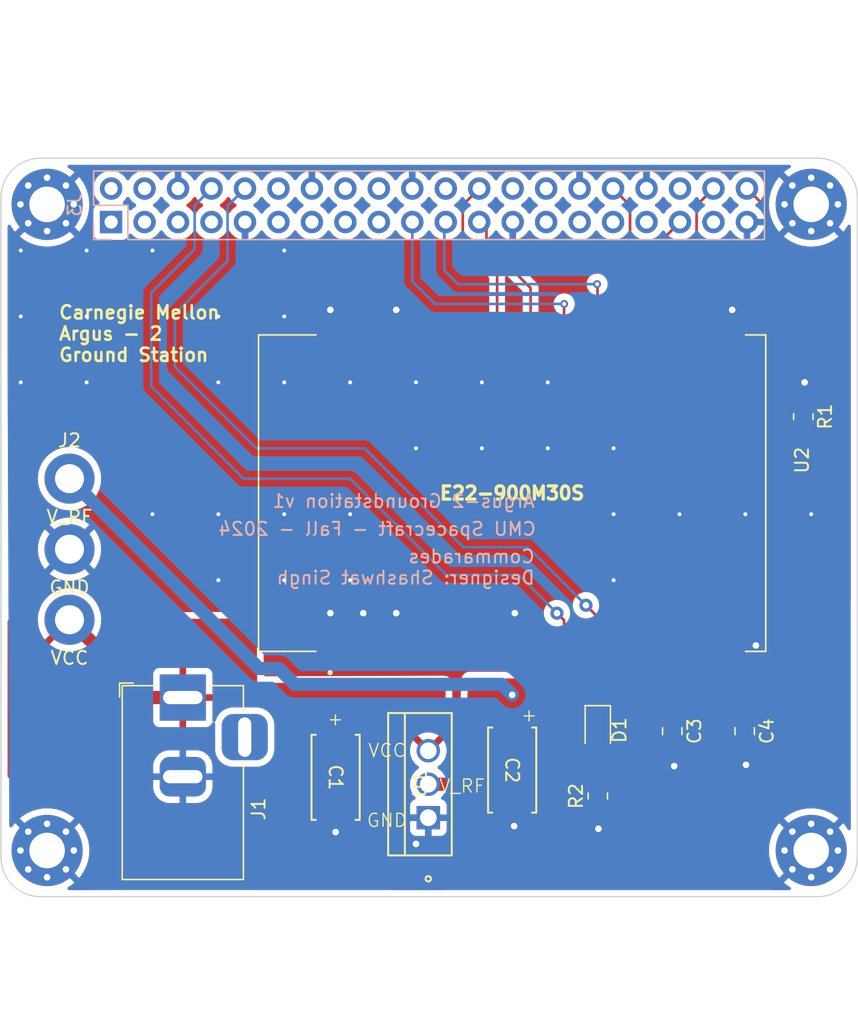
<source format=kicad_pcb>
(kicad_pcb (version 20240108) (generator "pcbnew") (generator_version "8.0")
  (layers (0 "F.Cu" signal) (31 "B.Cu" signal) (34 "B.Paste" user) (35 "F.Paste" user) (36 "B.SilkS" user "B.Silkscreen") (37 "F.SilkS" user "F.Silkscreen") (38 "B.Mask" user) (39 "F.Mask" user) (44 "Edge.Cuts" user))
  (net 0 "")
  (net 1 "GND")
  (net 2 "V_RF")
  (net 3 "Net-(D1-A)")
  (net 7 "RF_RESET")
  (net 9 "RF_TXEN")
  (net 13 "RF_CS")
  (net 14 "RF_BUSY")
  (net 16 "RF_MISO")
  (net 18 "RF_MOSI")
  (net 20 "RF_SCK")
  (net 22 "RF_DIO2")
  (net 24 "RF_DIO1")
  (net 34 "RF_RXEN")
  (net 36 "VCC")
  (footprint "MountingHole:MountingHole_2.2mm_M2_DIN965_Pad" (layer "F.Cu") (at 83.7 118)
    (property "Reference" "J5" (hide yes))
    (property "Value" "VCC" (at 0 2.9 0) (layer "F.SilkS"))
    (pad "1" thru_hole circle (at 0 0) (size 3.8 3.8) (drill 2.2) (layers "*.Cu" "*.Mask") (net 36 "VCC"))
  )
  (footprint "MountingHole:MountingHole_2.7mm_M2.5_Pad_Via" (layer "F.Cu") (at 82 135.5)
    (property "Reference" "H3" (hide yes))
    (property "Value" "M")
    (pad "1" thru_hole circle (at -2.025 0) (size 0.8 0.8) (drill 0.5) (layers "*.Cu" "*.Mask") (net 1 "GND"))
    (pad "1" thru_hole circle (at -1.431891 -1.431891) (size 0.8 0.8) (drill 0.5) (layers "*.Cu" "*.Mask") (net 1 "GND"))
    (pad "1" thru_hole circle (at -1.431891 1.431891) (size 0.8 0.8) (drill 0.5) (layers "*.Cu" "*.Mask") (net 1 "GND"))
    (pad "1" thru_hole circle (at 0 -2.025) (size 0.8 0.8) (drill 0.5) (layers "*.Cu" "*.Mask") (net 1 "GND"))
    (pad "1" thru_hole circle (at 0 0) (size 5.4 5.4) (drill 2.7) (layers "*.Cu" "*.Mask") (net 1 "GND"))
    (pad "1" thru_hole circle (at 0 2.025) (size 0.8 0.8) (drill 0.5) (layers "*.Cu" "*.Mask") (net 1 "GND"))
    (pad "1" thru_hole circle (at 1.431891 -1.431891) (size 0.8 0.8) (drill 0.5) (layers "*.Cu" "*.Mask") (net 1 "GND"))
    (pad "1" thru_hole circle (at 1.431891 1.431891) (size 0.8 0.8) (drill 0.5) (layers "*.Cu" "*.Mask") (net 1 "GND"))
    (pad "1" thru_hole circle (at 2.025 0) (size 0.8 0.8) (drill 0.5) (layers "*.Cu" "*.Mask") (net 1 "GND"))
  )
  (footprint "MountingHole:MountingHole_2.2mm_M2_DIN965_Pad" (layer "F.Cu") (at 83.7 107.3)
    (property "Reference" "J2" (at 0 -2.9 0) (layer "F.SilkS"))
    (property "Value" "V_RF" (at 0 2.9 0) (layer "F.SilkS"))
    (pad "1" thru_hole circle (at 0 0) (size 3.8 3.8) (drill 2.2) (layers "*.Cu" "*.Mask") (net 2 "V_RF"))
  )
  (footprint "MountingHole:MountingHole_2.7mm_M2.5_Pad_Via" (layer "F.Cu") (at 82 86.5)
    (property "Reference" "H1" (hide yes))
    (property "Value" "M")
    (pad "1" thru_hole circle (at -2.025 0) (size 0.8 0.8) (drill 0.5) (layers "*.Cu" "*.Mask") (net 1 "GND"))
    (pad "1" thru_hole circle (at -1.431891 -1.431891) (size 0.8 0.8) (drill 0.5) (layers "*.Cu" "*.Mask") (net 1 "GND"))
    (pad "1" thru_hole circle (at -1.431891 1.431891) (size 0.8 0.8) (drill 0.5) (layers "*.Cu" "*.Mask") (net 1 "GND"))
    (pad "1" thru_hole circle (at 0 -2.025) (size 0.8 0.8) (drill 0.5) (layers "*.Cu" "*.Mask") (net 1 "GND"))
    (pad "1" thru_hole circle (at 0 0) (size 5.4 5.4) (drill 2.7) (layers "*.Cu" "*.Mask") (net 1 "GND"))
    (pad "1" thru_hole circle (at 0 2.025) (size 0.8 0.8) (drill 0.5) (layers "*.Cu" "*.Mask") (net 1 "GND"))
    (pad "1" thru_hole circle (at 1.431891 -1.431891) (size 0.8 0.8) (drill 0.5) (layers "*.Cu" "*.Mask") (net 1 "GND"))
    (pad "1" thru_hole circle (at 1.431891 1.431891) (size 0.8 0.8) (drill 0.5) (layers "*.Cu" "*.Mask") (net 1 "GND"))
    (pad "1" thru_hole circle (at 2.025 0) (size 0.8 0.8) (drill 0.5) (layers "*.Cu" "*.Mask") (net 1 "GND"))
  )
  (footprint "E22-900M30S:XCVR_E22-900M30S" (layer "F.Cu") (at 117.3 108.4 -90)
    (property "Reference" "U2" (at -2.5 -22 90) (layer "F.SilkS"))
    (property "Value" "E22-900M30S" (at 0 0 180) (layer "F.SilkS") (effects (font (thickness 0.25) (bold yes))))
    (fp_line (start -12 19.25) (end -12 14.895) (stroke (width 0.127)) (layer "F.SilkS"))
    (fp_line (start 12 19.25) (end -12 19.25) (stroke (width 0.127)) (layer "F.SilkS"))
    (fp_line (start 12 19.25) (end 12 14.895) (stroke (width 0.127)) (layer "F.SilkS"))
    (fp_line (start -12 -17.715) (end -12 -19.25) (stroke (width 0.127)) (layer "F.SilkS"))
    (fp_line (start -12 -19.25) (end 12 -19.25) (stroke (width 0.127)) (layer "F.SilkS"))
    (fp_line (start 12 -19.25) (end 12 -17.715) (stroke (width 0.127)) (layer "F.SilkS"))
    (fp_circle (center 13.615 13.82) (end 13.715 13.82) (stroke (width 0.2)) (fill none) (layer "F.SilkS"))
    (pad "1" smd rect (at 11.575 13.82 270) (size 2.08 1.51) (layers "F.Cu" "F.Paste" "F.Mask") (net 1 "GND"))
    (pad "2" smd rect (at 11.575 11.28 270) (size 2.08 1.51) (layers "F.Cu" "F.Paste" "F.Mask") (net 1 "GND"))
    (pad "3" smd rect (at 11.575 8.74 270) (size 2.08 1.51) (layers "F.Cu" "F.Paste" "F.Mask") (net 1 "GND"))
    (pad "4" smd rect (at 11.575 1.14 270) (size 2.08 1.51) (layers "F.Cu" "F.Paste" "F.Mask") (net 1 "GND"))
    (pad "5" smd rect (at 11.575 -1.4 270) (size 2.08 1.51) (layers "F.Cu" "F.Paste" "F.Mask") (net 1 "GND"))
    (pad "6" smd rect (at 11.575 -3.94 270) (size 2.08 1.51) (layers "F.Cu" "F.Paste" "F.Mask") (net 34 "RF_RXEN"))
    (pad "7" smd rect (at 11.575 -6.48 270) (size 2.08 1.51) (layers "F.Cu" "F.Paste" "F.Mask") (net 9 "RF_TXEN"))
    (pad "8" smd rect (at 11.575 -9.02 270) (size 2.08 1.51) (layers "F.Cu" "F.Paste" "F.Mask") (net 22 "RF_DIO2"))
    (pad "9" smd rect (at 11.575 -11.56 270) (size 2.08 1.51) (layers "F.Cu" "F.Paste" "F.Mask") (net 2 "V_RF"))
    (pad "10" smd rect (at 11.575 -14.1 270) (size 2.08 1.51) (layers "F.Cu" "F.Paste" "F.Mask") (net 2 "V_RF"))
    (pad "11" smd rect (at 11.575 -16.64 270) (size 2.08 1.51) (layers "F.Cu" "F.Paste" "F.Mask") (net 1 "GND"))
    (pad "12" smd rect (at -11.575 -16.64 270) (size 2.08 1.51) (layers "F.Cu" "F.Paste" "F.Mask") (net 1 "GND"))
    (pad "13" smd rect (at -11.575 -14.1 270) (size 2.08 1.51) (layers "F.Cu" "F.Paste" "F.Mask") (net 24 "RF_DIO1"))
    (pad "14" smd rect (at -11.575 -11.56 270) (size 2.08 1.51) (layers "F.Cu" "F.Paste" "F.Mask") (net 14 "RF_BUSY"))
    (pad "15" smd rect (at -11.575 -9.02 270) (size 2.08 1.51) (layers "F.Cu" "F.Paste" "F.Mask") (net 7 "RF_RESET"))
    (pad "16" smd rect (at -11.575 -6.48 270) (size 2.08 1.51) (layers "F.Cu" "F.Paste" "F.Mask") (net 16 "RF_MISO"))
    (pad "17" smd rect (at -11.575 -3.94 270) (size 2.08 1.51) (layers "F.Cu" "F.Paste" "F.Mask") (net 18 "RF_MOSI"))
    (pad "18" smd rect (at -11.575 -1.4 270) (size 2.08 1.51) (layers "F.Cu" "F.Paste" "F.Mask") (net 20 "RF_SCK"))
    (pad "19" smd rect (at -11.575 1.14 270) (size 2.08 1.51) (layers "F.Cu" "F.Paste" "F.Mask") (net 13 "RF_CS"))
    (pad "20" smd rect (at -11.575 8.74 270) (size 2.08 1.51) (layers "F.Cu" "F.Paste" "F.Mask") (net 1 "GND"))
    (pad "21" smd rect (at -11.575 11.28 270) (size 2.08 1.51) (layers "F.Cu" "F.Paste" "F.Mask"))
    (pad "22" smd rect (at -11.575 13.82 270) (size 2.08 1.51) (layers "F.Cu" "F.Paste" "F.Mask") (net 1 "GND"))
  )
  (footprint "MountingHole:MountingHole_2.7mm_M2.5_Pad_Via" (layer "F.Cu") (at 140 86.5)
    (property "Reference" "H2" (hide yes))
    (property "Value" "M")
    (pad "1" thru_hole circle (at -2.025 0) (size 0.8 0.8) (drill 0.5) (layers "*.Cu" "*.Mask") (net 1 "GND"))
    (pad "1" thru_hole circle (at -1.431891 -1.431891) (size 0.8 0.8) (drill 0.5) (layers "*.Cu" "*.Mask") (net 1 "GND"))
    (pad "1" thru_hole circle (at -1.431891 1.431891) (size 0.8 0.8) (drill 0.5) (layers "*.Cu" "*.Mask") (net 1 "GND"))
    (pad "1" thru_hole circle (at 0 -2.025) (size 0.8 0.8) (drill 0.5) (layers "*.Cu" "*.Mask") (net 1 "GND"))
    (pad "1" thru_hole circle (at 0 0) (size 5.4 5.4) (drill 2.7) (layers "*.Cu" "*.Mask") (net 1 "GND"))
    (pad "1" thru_hole circle (at 0 2.025) (size 0.8 0.8) (drill 0.5) (layers "*.Cu" "*.Mask") (net 1 "GND"))
    (pad "1" thru_hole circle (at 1.431891 -1.431891) (size 0.8 0.8) (drill 0.5) (layers "*.Cu" "*.Mask") (net 1 "GND"))
    (pad "1" thru_hole circle (at 1.431891 1.431891) (size 0.8 0.8) (drill 0.5) (layers "*.Cu" "*.Mask") (net 1 "GND"))
    (pad "1" thru_hole circle (at 2.025 0) (size 0.8 0.8) (drill 0.5) (layers "*.Cu" "*.Mask") (net 1 "GND"))
  )
  (footprint "Capacitor_SMD:C_0805_2012Metric_Pad1.18x1.45mm_HandSolder" (layer "F.Cu") (at 134.95 126.45 -90)
    (property "Reference" "C4" (at 0 -1.68 90) (layer "F.SilkS"))
    (property "Value" "10uF")
    (fp_line (start -0.261252 0.735) (end 0.261252 0.735) (stroke (width 0.12)) (layer "F.SilkS"))
    (fp_line (start -0.261252 -0.735) (end 0.261252 -0.735) (stroke (width 0.12)) (layer "F.SilkS"))
    (pad "1" smd roundrect (at -1.0375 0 270) (size 1.175 1.45) (layers "F.Cu" "F.Paste" "F.Mask") (roundrect_rratio 0.212766) (net 2 "V_RF"))
    (pad "2" smd roundrect (at 1.0375 0 270) (size 1.175 1.45) (layers "F.Cu" "F.Paste" "F.Mask") (roundrect_rratio 0.212766) (net 1 "GND"))
  )
  (footprint "Resistor_SMD:R_0805_2012Metric_Pad1.20x1.40mm_HandSolder" (layer "F.Cu") (at 123.8 131.375 90)
    (property "Reference" "R2" (at 0 -1.65 90) (layer "F.SilkS"))
    (property "Value" "200")
    (fp_line (start -0.227064 -0.735) (end 0.227064 -0.735) (stroke (width 0.12)) (layer "F.SilkS"))
    (fp_line (start -0.227064 0.735) (end 0.227064 0.735) (stroke (width 0.12)) (layer "F.SilkS"))
    (pad "1" smd roundrect (at -1 0 90) (size 1.2 1.4) (layers "F.Cu" "F.Paste" "F.Mask") (roundrect_rratio 0.208333) (net 1 "GND"))
    (pad "2" smd roundrect (at 1 0 90) (size 1.2 1.4) (layers "F.Cu" "F.Paste" "F.Mask") (roundrect_rratio 0.208333) (net 3 "Net-(D1-A)"))
  )
  (footprint "Capacitor_SMD:C_0805_2012Metric_Pad1.18x1.45mm_HandSolder" (layer "F.Cu") (at 129.45 126.45 -90)
    (property "Reference" "C3" (at 0 -1.68 90) (layer "F.SilkS"))
    (property "Value" "100nF")
    (fp_line (start -0.261252 0.735) (end 0.261252 0.735) (stroke (width 0.12)) (layer "F.SilkS"))
    (fp_line (start -0.261252 -0.735) (end 0.261252 -0.735) (stroke (width 0.12)) (layer "F.SilkS"))
    (pad "1" smd roundrect (at -1.0375 0 270) (size 1.175 1.45) (layers "F.Cu" "F.Paste" "F.Mask") (roundrect_rratio 0.212766) (net 2 "V_RF"))
    (pad "2" smd roundrect (at 1.0375 0 270) (size 1.175 1.45) (layers "F.Cu" "F.Paste" "F.Mask") (roundrect_rratio 0.212766) (net 1 "GND"))
  )
  (footprint "MountingHole:MountingHole_2.7mm_M2.5_Pad_Via" (layer "F.Cu") (at 140 135.5)
    (property "Reference" "H4" (hide yes))
    (property "Value" "M")
    (pad "1" thru_hole circle (at -2.025 0) (size 0.8 0.8) (drill 0.5) (layers "*.Cu" "*.Mask") (net 1 "GND"))
    (pad "1" thru_hole circle (at -1.431891 -1.431891) (size 0.8 0.8) (drill 0.5) (layers "*.Cu" "*.Mask") (net 1 "GND"))
    (pad "1" thru_hole circle (at -1.431891 1.431891) (size 0.8 0.8) (drill 0.5) (layers "*.Cu" "*.Mask") (net 1 "GND"))
    (pad "1" thru_hole circle (at 0 -2.025) (size 0.8 0.8) (drill 0.5) (layers "*.Cu" "*.Mask") (net 1 "GND"))
    (pad "1" thru_hole circle (at 0 0) (size 5.4 5.4) (drill 2.7) (layers "*.Cu" "*.Mask") (net 1 "GND"))
    (pad "1" thru_hole circle (at 0 2.025) (size 0.8 0.8) (drill 0.5) (layers "*.Cu" "*.Mask") (net 1 "GND"))
    (pad "1" thru_hole circle (at 1.431891 -1.431891) (size 0.8 0.8) (drill 0.5) (layers "*.Cu" "*.Mask") (net 1 "GND"))
    (pad "1" thru_hole circle (at 1.431891 1.431891) (size 0.8 0.8) (drill 0.5) (layers "*.Cu" "*.Mask") (net 1 "GND"))
    (pad "1" thru_hole circle (at 2.025 0) (size 0.8 0.8) (drill 0.5) (layers "*.Cu" "*.Mask") (net 1 "GND"))
  )
  (footprint "LED_SMD:LED_0805_2012Metric_Pad1.15x1.40mm_HandSolder" (layer "F.Cu") (at 123.8 126.375 -90)
    (property "Reference" "D1" (at 0 -1.65 90) (layer "F.SilkS"))
    (property "Value" "POW")
    (fp_line (start -1.86 0.96) (end 1 0.96) (stroke (width 0.12)) (layer "F.SilkS"))
    (fp_line (start -1.86 -0.96) (end -1.86 0.96) (stroke (width 0.12)) (layer "F.SilkS"))
    (fp_line (start 1 -0.96) (end -1.86 -0.96) (stroke (width 0.12)) (layer "F.SilkS"))
    (pad "1" smd roundrect (at -1.025 0 270) (size 1.15 1.4) (layers "F.Cu" "F.Paste" "F.Mask") (roundrect_rratio 0.217391) (net 2 "V_RF"))
    (pad "2" smd roundrect (at 1.025 0 270) (size 1.15 1.4) (layers "F.Cu" "F.Paste" "F.Mask") (roundrect_rratio 0.217391) (net 3 "Net-(D1-A)"))
  )
  (footprint "LT1085-5:TO220-3_T_LIT" (layer "F.Cu") (at 110.935 133.0129 90)
    (property "Reference" "U1" (at 2.54 -0.635 90) (layer "F.SilkS"))
    (property "Value" "LT1085-5.0")
    (fp_line (start 7.9375 -3.048) (end -2.8575 -3.048) (stroke (width 0.1524)) (layer "F.SilkS"))
    (fp_line (start -2.8575 -3.048) (end -2.8575 1.778) (stroke (width 0.1524)) (layer "F.SilkS"))
    (fp_line (start -2.7305 -1.778) (end 7.8105 -1.778) (stroke (width 0.1524)) (layer "F.SilkS"))
    (fp_line (start 7.9375 1.778) (end 7.9375 -3.048) (stroke (width 0.1524)) (layer "F.SilkS"))
    (fp_line (start -2.8575 1.778) (end 7.9375 1.778) (stroke (width 0.1524)) (layer "F.SilkS"))
    (fp_circle (center -4.6355 0) (end -4.4323 0) (stroke (width 0.1524)) (fill none) (layer "F.SilkS"))
    (pad "1" thru_hole rect (at 0 0 90) (size 1.778 1.778) (drill 1.27) (layers "*.Cu" "*.Mask") (net 1 "GND"))
    (pad "2" thru_hole circle (at 2.54 0 90) (size 1.778 1.778) (drill 1.27) (layers "*.Cu" "*.Mask") (net 2 "V_RF"))
    (pad "3" thru_hole circle (at 5.08 0 90) (size 1.778 1.778) (drill 1.27) (layers "*.Cu" "*.Mask") (net 36 "VCC"))
  )
  (footprint "Resistor_SMD:R_0805_2012Metric_Pad1.20x1.40mm_HandSolder" (layer "F.Cu") (at 139.4 102.6 -90)
    (property "Reference" "R1" (at 0 -1.65 90) (layer "F.SilkS"))
    (property "Value" "10K")
    (fp_line (start -0.227064 0.735) (end 0.227064 0.735) (stroke (width 0.12)) (layer "F.SilkS"))
    (fp_line (start -0.227064 -0.735) (end 0.227064 -0.735) (stroke (width 0.12)) (layer "F.SilkS"))
    (pad "1" smd roundrect (at -1 0 270) (size 1.2 1.4) (layers "F.Cu" "F.Paste" "F.Mask") (roundrect_rratio 0.208333) (net 1 "GND"))
    (pad "2" smd roundrect (at 1 0 270) (size 1.2 1.4) (layers "F.Cu" "F.Paste" "F.Mask") (roundrect_rratio 0.208333) (net 7 "RF_RESET"))
  )
  (footprint "Connector_BarrelJack:BarrelJack_Horizontal" (layer "F.Cu") (at 92.3 123.9 90)
    (property "Reference" "J1" (at -8.45 5.75 90) (layer "F.SilkS"))
    (property "Value" "Barrel_Jack")
    (fp_line (start 0.05 -4.8) (end 1.1 -4.8) (stroke (width 0.12)) (layer "F.SilkS"))
    (fp_line (start 0.9 -4.6) (end 0.9 -2) (stroke (width 0.12)) (layer "F.SilkS"))
    (fp_line (start -13.8 -4.6) (end 0.9 -4.6) (stroke (width 0.12)) (layer "F.SilkS"))
    (fp_line (start 1.1 -3.75) (end 1.1 -4.8) (stroke (width 0.12)) (layer "F.SilkS"))
    (fp_line (start 0.9 1.9) (end 0.9 4.6) (stroke (width 0.12)) (layer "F.SilkS"))
    (fp_line (start 0.9 4.6) (end -1 4.6) (stroke (width 0.12)) (layer "F.SilkS"))
    (fp_line (start -5 4.6) (end -13.8 4.6) (stroke (width 0.12)) (layer "F.SilkS"))
    (fp_line (start -13.8 4.6) (end -13.8 -4.6) (stroke (width 0.12)) (layer "F.SilkS"))
    (pad "1" thru_hole rect (at 0 0 90) (size 3.5 3.5) (drill oval 1 3) (layers "*.Cu" "*.Mask") (net 36 "VCC"))
    (pad "2" thru_hole roundrect (at -6 0 90) (size 3 3.5) (drill oval 1 3) (layers "*.Cu" "*.Mask") (net 1 "GND"))
    (pad "3" thru_hole roundrect (at -3 4.7 90) (size 3.5 3.5) (drill oval 3 1) (layers "*.Cu" "*.Mask"))
  )
  (footprint "tantulum capacitor:TAJC_AVX" (layer "F.Cu") (at 103.9 129.95 -90)
    (property "Reference" "C1" (at 0 0 -90) (layer "F.SilkS"))
    (property "Value" "10uF")
    (fp_line (start -3.2258 1.8288) (end 3.2258 1.8288) (stroke (width 0.1524)) (layer "F.SilkS"))
    (fp_line (start 3.2258 1.8288) (end 3.2258 1.509939) (stroke (width 0.1524)) (layer "F.SilkS"))
    (fp_line (start -3.2258 1.509939) (end -3.2258 1.8288) (stroke (width 0.1524)) (layer "F.SilkS"))
    (fp_line (start 3.2258 -1.509939) (end 3.2258 -1.8288) (stroke (width 0.1524)) (layer "F.SilkS"))
    (fp_line (start -3.2258 -1.8288) (end -3.2258 -1.509939) (stroke (width 0.1524)) (layer "F.SilkS"))
    (fp_line (start 3.2258 -1.8288) (end -3.2258 -1.8288) (stroke (width 0.1524)) (layer "F.SilkS"))
    (pad "1" smd rect (at -2.2352 0) (size 2.3622 1.8796) (layers "F.Cu" "F.Paste" "F.Mask") (net 36 "VCC"))
    (pad "2" smd rect (at 2.2352 0) (size 2.3622 1.8796) (layers "F.Cu" "F.Paste" "F.Mask") (net 1 "GND"))
    (zone (net 0) (net_name "") (layer "F.Cu") (connect_pads (clearance 0)) (min_thickness 0.254)
      (keepout (tracks not_allowed) (vias not_allowed) (pads allowed) (copperpour not_allowed) (footprints allowed))
      (fill (thermal_gap 0.508) (thermal_bridge_width 0.508))
      (polygon (pts (xy 102.6427 126.902) (xy 102.6427 132.998) (xy 102.249 132.998) (xy 102.249 126.902)))
    )
    (zone (net 0) (net_name "") (layer "F.Cu") (connect_pads (clearance 0)) (min_thickness 0.254)
      (keepout (tracks not_allowed) (vias not_allowed) (pads allowed) (copperpour not_allowed) (footprints allowed))
      (fill (thermal_gap 0.508) (thermal_bridge_width 0.508))
      (polygon (pts (xy 105.1573 128.7054) (xy 105.1573 131.1946) (xy 102.6427 131.1946) (xy 102.6427 128.7054)))
    )
    (zone (net 0) (net_name "") (layer "F.Cu") (connect_pads (clearance 0)) (min_thickness 0.254)
      (keepout (tracks not_allowed) (vias not_allowed) (pads allowed) (copperpour not_allowed) (footprints allowed))
      (fill (thermal_gap 0.508) (thermal_bridge_width 0.508))
      (polygon (pts (xy 105.551 126.902) (xy 105.551 132.998) (xy 105.1573 132.998) (xy 105.1573 126.902)))
    )
  )
  (footprint "tantulum capacitor:TAJC_AVX" (layer "F.Cu") (at 117.3 129.4 -90)
    (property "Reference" "C2" (at 0 0 -90) (layer "F.SilkS"))
    (property "Value" "22uF")
    (fp_line (start -3.2258 1.8288) (end 3.2258 1.8288) (stroke (width 0.1524)) (layer "F.SilkS"))
    (fp_line (start 3.2258 1.8288) (end 3.2258 1.509939) (stroke (width 0.1524)) (layer "F.SilkS"))
    (fp_line (start -3.2258 1.509939) (end -3.2258 1.8288) (stroke (width 0.1524)) (layer "F.SilkS"))
    (fp_line (start 3.2258 -1.509939) (end 3.2258 -1.8288) (stroke (width 0.1524)) (layer "F.SilkS"))
    (fp_line (start -3.2258 -1.8288) (end -3.2258 -1.509939) (stroke (width 0.1524)) (layer "F.SilkS"))
    (fp_line (start 3.2258 -1.8288) (end -3.2258 -1.8288) (stroke (width 0.1524)) (layer "F.SilkS"))
    (pad "1" smd rect (at -2.2352 0) (size 2.3622 1.8796) (layers "F.Cu" "F.Paste" "F.Mask") (net 2 "V_RF"))
    (pad "2" smd rect (at 2.2352 0) (size 2.3622 1.8796) (layers "F.Cu" "F.Paste" "F.Mask") (net 1 "GND"))
    (zone (net 0) (net_name "") (layer "F.Cu") (connect_pads (clearance 0)) (min_thickness 0.254)
      (keepout (tracks not_allowed) (vias not_allowed) (pads allowed) (copperpour not_allowed) (footprints allowed))
      (fill (thermal_gap 0.508) (thermal_bridge_width 0.508))
      (polygon (pts (xy 116.0427 126.352) (xy 116.0427 132.448) (xy 115.649 132.448) (xy 115.649 126.352)))
    )
    (zone (net 0) (net_name "") (layer "F.Cu") (connect_pads (clearance 0)) (min_thickness 0.254)
      (keepout (tracks not_allowed) (vias not_allowed) (pads allowed) (copperpour not_allowed) (footprints allowed))
      (fill (thermal_gap 0.508) (thermal_bridge_width 0.508))
      (polygon (pts (xy 118.5573 128.1554) (xy 118.5573 130.6446) (xy 116.0427 130.6446) (xy 116.0427 128.1554)))
    )
    (zone (net 0) (net_name "") (layer "F.Cu") (connect_pads (clearance 0)) (min_thickness 0.254)
      (keepout (tracks not_allowed) (vias not_allowed) (pads allowed) (copperpour not_allowed) (footprints allowed))
      (fill (thermal_gap 0.508) (thermal_bridge_width 0.508))
      (polygon (pts (xy 118.951 126.352) (xy 118.951 132.448) (xy 118.5573 132.448) (xy 118.5573 126.352)))
    )
  )
  (footprint "MountingHole:MountingHole_2.2mm_M2_DIN965_Pad" (layer "F.Cu") (at 83.7 112.65)
    (property "Reference" "J4" (hide yes))
    (property "Value" "GND" (at 0 2.9 0) (layer "F.SilkS"))
    (pad "1" thru_hole circle (at 0 0) (size 3.8 3.8) (drill 2.2) (layers "*.Cu" "*.Mask") (net 1 "GND"))
  )
  (footprint "Connector_PinSocket_2.54mm:PinSocket_2x20_P2.54mm_Vertical" (layer "B.Cu") (at 86.86 87.84 -90)
    (property "Reference" "J3" (at -1.27 2.77 90) (layer "B.SilkS") (effects (justify mirror)))
    (property "Value" "Raspberry_Pi_2_3")
    (fp_line (start -1.27 1.33) (end -3.87 1.33) (stroke (width 0.12)) (layer "B.SilkS"))
    (fp_line (start 1.33 1.33) (end 0 1.33) (stroke (width 0.12)) (layer "B.SilkS"))
    (fp_line (start 1.33 0) (end 1.33 1.33) (stroke (width 0.12)) (layer "B.SilkS"))
    (fp_line (start -1.27 -1.27) (end -1.27 1.33) (stroke (width 0.12)) (layer "B.SilkS"))
    (fp_line (start 1.33 -1.27) (end -1.27 -1.27) (stroke (width 0.12)) (layer "B.SilkS"))
    (fp_line (start -3.87 -49.59) (end -3.87 1.33) (stroke (width 0.12)) (layer "B.SilkS"))
    (fp_line (start 1.33 -49.59) (end 1.33 -1.27) (stroke (width 0.12)) (layer "B.SilkS"))
    (fp_line (start 1.33 -49.59) (end -3.87 -49.59) (stroke (width 0.12)) (layer "B.SilkS"))
    (pad "1" thru_hole rect (at 0 0 270) (size 1.7 1.7) (drill 1) (layers "*.Cu" "*.Mask"))
    (pad "2" thru_hole oval (at -2.54 0 270) (size 1.7 1.7) (drill 1) (layers "*.Cu" "*.Mask"))
    (pad "3" thru_hole oval (at 0 -2.54 270) (size 1.7 1.7) (drill 1) (layers "*.Cu" "*.Mask"))
    (pad "4" thru_hole oval (at -2.54 -2.54 270) (size 1.7 1.7) (drill 1) (layers "*.Cu" "*.Mask"))
    (pad "5" thru_hole oval (at 0 -5.08 270) (size 1.7 1.7) (drill 1) (layers "*.Cu" "*.Mask"))
    (pad "6" thru_hole oval (at -2.54 -5.08 270) (size 1.7 1.7) (drill 1) (layers "*.Cu" "*.Mask") (net 1 "GND"))
    (pad "7" thru_hole oval (at 0 -7.62 270) (size 1.7 1.7) (drill 1) (layers "*.Cu" "*.Mask"))
    (pad "8" thru_hole oval (at -2.54 -7.62 270) (size 1.7 1.7) (drill 1) (layers "*.Cu" "*.Mask") (net 34 "RF_RXEN"))
    (pad "9" thru_hole oval (at 0 -10.16 270) (size 1.7 1.7) (drill 1) (layers "*.Cu" "*.Mask") (net 1 "GND"))
    (pad "10" thru_hole oval (at -2.54 -10.16 270) (size 1.7 1.7) (drill 1) (layers "*.Cu" "*.Mask") (net 9 "RF_TXEN"))
    (pad "11" thru_hole oval (at 0 -12.7 270) (size 1.7 1.7) (drill 1) (layers "*.Cu" "*.Mask"))
    (pad "12" thru_hole oval (at -2.54 -12.7 270) (size 1.7 1.7) (drill 1) (layers "*.Cu" "*.Mask"))
    (pad "13" thru_hole oval (at 0 -15.24 270) (size 1.7 1.7) (drill 1) (layers "*.Cu" "*.Mask"))
    (pad "14" thru_hole oval (at -2.54 -15.24 270) (size 1.7 1.7) (drill 1) (layers "*.Cu" "*.Mask") (net 1 "GND"))
    (pad "15" thru_hole oval (at 0 -17.78 270) (size 1.7 1.7) (drill 1) (layers "*.Cu" "*.Mask"))
    (pad "16" thru_hole oval (at -2.54 -17.78 270) (size 1.7 1.7) (drill 1) (layers "*.Cu" "*.Mask"))
    (pad "17" thru_hole oval (at 0 -20.32 270) (size 1.7 1.7) (drill 1) (layers "*.Cu" "*.Mask"))
    (pad "18" thru_hole oval (at -2.54 -20.32 270) (size 1.7 1.7) (drill 1) (layers "*.Cu" "*.Mask"))
    (pad "19" thru_hole oval (at 0 -22.86 270) (size 1.7 1.7) (drill 1) (layers "*.Cu" "*.Mask") (net 18 "RF_MOSI"))
    (pad "20" thru_hole oval (at -2.54 -22.86 270) (size 1.7 1.7) (drill 1) (layers "*.Cu" "*.Mask") (net 1 "GND"))
    (pad "21" thru_hole oval (at 0 -25.4 270) (size 1.7 1.7) (drill 1) (layers "*.Cu" "*.Mask") (net 16 "RF_MISO"))
    (pad "22" thru_hole oval (at -2.54 -25.4 270) (size 1.7 1.7) (drill 1) (layers "*.Cu" "*.Mask"))
    (pad "23" thru_hole oval (at 0 -27.94 270) (size 1.7 1.7) (drill 1) (layers "*.Cu" "*.Mask") (net 20 "RF_SCK"))
    (pad "24" thru_hole oval (at -2.54 -27.94 270) (size 1.7 1.7) (drill 1) (layers "*.Cu" "*.Mask") (net 13 "RF_CS"))
    (pad "25" thru_hole oval (at 0 -30.48 270) (size 1.7 1.7) (drill 1) (layers "*.Cu" "*.Mask") (net 1 "GND"))
    (pad "26" thru_hole oval (at -2.54 -30.48 270) (size 1.7 1.7) (drill 1) (layers "*.Cu" "*.Mask"))
    (pad "27" thru_hole oval (at 0 -33.02 270) (size 1.7 1.7) (drill 1) (layers "*.Cu" "*.Mask"))
    (pad "28" thru_hole oval (at -2.54 -33.02 270) (size 1.7 1.7) (drill 1) (layers "*.Cu" "*.Mask"))
    (pad "29" thru_hole oval (at 0 -35.56 270) (size 1.7 1.7) (drill 1) (layers "*.Cu" "*.Mask"))
    (pad "30" thru_hole oval (at -2.54 -35.56 270) (size 1.7 1.7) (drill 1) (layers "*.Cu" "*.Mask") (net 1 "GND"))
    (pad "31" thru_hole oval (at 0 -38.1 270) (size 1.7 1.7) (drill 1) (layers "*.Cu" "*.Mask"))
    (pad "32" thru_hole oval (at -2.54 -38.1 270) (size 1.7 1.7) (drill 1) (layers "*.Cu" "*.Mask") (net 7 "RF_RESET"))
    (pad "33" thru_hole oval (at 0 -40.64 270) (size 1.7 1.7) (drill 1) (layers "*.Cu" "*.Mask"))
    (pad "34" thru_hole oval (at -2.54 -40.64 270) (size 1.7 1.7) (drill 1) (layers "*.Cu" "*.Mask") (net 1 "GND"))
    (pad "35" thru_hole oval (at 0 -43.18 270) (size 1.7 1.7) (drill 1) (layers "*.Cu" "*.Mask") (net 14 "RF_BUSY"))
    (pad "36" thru_hole oval (at -2.54 -43.18 270) (size 1.7 1.7) (drill 1) (layers "*.Cu" "*.Mask"))
    (pad "37" thru_hole oval (at 0 -45.72 270) (size 1.7 1.7) (drill 1) (layers "*.Cu" "*.Mask"))
    (pad "38" thru_hole oval (at -2.54 -45.72 270) (size 1.7 1.7) (drill 1) (layers "*.Cu" "*.Mask") (net 24 "RF_DIO1"))
    (pad "39" thru_hole oval (at 0 -48.26 270) (size 1.7 1.7) (drill 1) (layers "*.Cu" "*.Mask") (net 1 "GND"))
    (pad "40" thru_hole oval (at -2.54 -48.26 270) (size 1.7 1.7) (drill 1) (layers "*.Cu" "*.Mask") (net 22 "RF_DIO2"))
  )
  (gr_line (start 81.5 83) (end 140.5 83) (stroke (width 0.1)) (layer "Edge.Cuts"))
  (gr_arc (start 81.5 139) (mid 79.37868 138.12132) (end 78.5 136) (stroke (width 0.1)) (layer "Edge.Cuts"))
  (gr_line (start 143.5 86) (end 143.5 120) (stroke (width 0.1)) (layer "Edge.Cuts"))
  (gr_line (start 140.5 139) (end 81.5 139) (stroke (width 0.1)) (layer "Edge.Cuts"))
  (gr_line (start 143.5 120) (end 143.5 125) (stroke (width 0.1)) (layer "Edge.Cuts"))
  (gr_line (start 143.5 125) (end 143.5 136) (stroke (width 0.1)) (layer "Edge.Cuts"))
  (gr_line (start 78.5 125) (end 78.5 136) (stroke (width 0.1)) (layer "Edge.Cuts"))
  (gr_line (start 78.5 120) (end 78.5 125) (stroke (width 0.1)) (layer "Edge.Cuts"))
  (gr_arc (start 140.5 83) (mid 142.62132 83.87868) (end 143.5 86) (stroke (width 0.1)) (layer "Edge.Cuts"))
  (gr_arc (start 143.5 136) (mid 142.62132 138.12132) (end 140.5 139) (stroke (width 0.1)) (layer "Edge.Cuts"))
  (gr_line (start 78.5 86) (end 78.5 120) (stroke (width 0.1)) (layer "Edge.Cuts"))
  (gr_arc (start 78.5 86) (mid 79.37868 83.87868) (end 81.5 83) (stroke (width 0.1)) (layer "Edge.Cuts"))
  (gr_text "Argus-2 Groundstation v1" (at 119.1 109 0) (layer "B.SilkS") (effects (font (size 1 1)) (justify left mirror)))
  (gr_text "Commarades\nDesigner: Shashwat Singh" (at 119.1 115.4 0) (layer "B.SilkS") (effects (font (size 1 1)) (justify left bottom mirror)))
  (gr_text "CMU Spacecraft - Fall - 2024" (at 119.2 111.7 0) (layer "B.SilkS") (effects (font (size 1 1)) (justify left bottom mirror)))
  (gr_text "V_RF" (at 111.7 131.2 0) (layer "F.SilkS") (effects (font (size 1 1) (thickness 0.1)) (justify left bottom)))
  (gr_text "GND" (at 106.2 133.8 0) (layer "F.SilkS") (effects (font (size 1 1) (thickness 0.1)) (justify left bottom)))
  (gr_text "Carnegie Mellon\nArgus - 2\nGround Station" (at 82.8 98.5 0) (layer "F.SilkS") (effects (font (size 1 1) (thickness 0.2) (bold yes)) (justify left bottom)))
  (gr_text "+" (at 117.9 125.8 0) (layer "F.SilkS") (effects (font (size 1 1) (thickness 0.1)) (justify left bottom)))
  (gr_text "VCC" (at 106.3 128.5 0) (layer "F.SilkS") (effects (font (size 1 1) (thickness 0.1)) (justify left bottom)))
  (gr_text "+" (at 103.2 126.1 0) (layer "F.SilkS") (effects (font (size 1 1) (thickness 0.1)) (justify left bottom)))
  (segment (start 110.935 133.0129) (end 110.9129 133.0129) (width 0.2) (layer "F.Cu") (net 1))
  (segment (start 116.16 119.975) (end 116.16 120.54) (width 0.2) (layer "F.Cu") (net 1))
  (segment (start 110.9129 133.0129) (end 110.1426 133.7832) (width 0.2) (layer "F.Cu") (net 1))
  (via (at 85 100) (size 0.6) (drill 0.3) (layers "F.Cu" "B.Cu") (net 1))
  (via (at 108.5 117.5) (size 1) (drill 0.5) (layers "F.Cu" "B.Cu") (net 1))
  (via (at 103.5 117.5) (size 1) (drill 0.5) (layers "F.Cu" "B.Cu") (net 1))
  (via (at 115 100) (size 0.6) (drill 0.3) (layers "F.Cu" "B.Cu") (net 1))
  (via (at 125 105) (size 0.6) (drill 0.3) (layers "F.Cu" "B.Cu") (net 1))
  (via (at 100 110) (size 0.6) (drill 0.3) (layers "F.Cu" "B.Cu") (net 1))
  (via (at 115 105) (size 0.6) (drill 0.3) (layers "F.Cu" "B.Cu") (net 1))
  (via (at 110 100) (size 0.6) (drill 0.3) (layers "F.Cu" "B.Cu") (net 1))
  (via (at 80 90) (size 0.6) (drill 0.3) (layers "F.Cu" "B.Cu") (net 1))
  (via (at 108.5 94.5) (size 1) (drill 0.5) (layers "F.Cu" "B.Cu") (net 1))
  (via (at 110 135) (size 1) (drill 0.5) (layers "F.Cu" "B.Cu") (net 1))
  (via (at 103.9 134.1) (size 1) (drill 0.5) (layers "F.Cu" "B.Cu") (net 1))
  (via (at 117.45 133.65) (size 1) (drill 0.5) (layers "F.Cu" "B.Cu") (net 1))
  (via (at 100 115) (size 0.6) (drill 0.3) (layers "F.Cu" "B.Cu") (net 1))
  (via (at 110 105) (size 0.6) (drill 0.3) (layers "F.Cu" "B.Cu") (net 1))
  (via (at 120 105) (size 0.6) (drill 0.3) (layers "F.Cu" "B.Cu") (net 1))
  (via (at 117.5 117.5) (size 1) (drill 0.5) (layers "F.Cu" "B.Cu") (net 1))
  (via (at 90 110) (size 0.6) (drill 0.3) (layers "F.Cu" "B.Cu") (net 1))
  (via (at 95 110) (size 0.6) (drill 0.3) (layers "F.Cu" "B.Cu") (net 1))
  (via (at 85 95) (size 0.6) (drill 0.3) (layers "F.Cu" "B.Cu") (net 1))
  (via (at 80 100) (size 0.6) (drill 0.3) (layers "F.Cu" "B.Cu") (net 1))
  (via (at 95 100) (size 0.6) (drill 0.3) (layers "F.Cu" "B.Cu") (net 1))
  (via (at 135.8 119.95) (size 1) (drill 0.5) (layers "F.Cu" "B.Cu") (net 1))
  (via (at 105 100) (size 0.6) (drill 0.3) (layers "F.Cu" "B.Cu") (net 1))
  (via (at 139.5 100) (size 1) (drill 0.5) (layers "F.Cu" "B.Cu") (net 1))
  (via (at 129.6 129.1) (size 1) (drill 0.5) (layers "F.Cu" "B.Cu") (net 1))
  (via (at 120 100) (size 0.6) (drill 0.3) (layers "F.Cu" "B.Cu") (net 1))
  (via (at 125 110) (size 0.6) (drill 0.3) (layers "F.Cu" "B.Cu") (net 1))
  (via (at 105 115) (size 0.6) (drill 0.3) (layers "F.Cu" "B.Cu") (net 1))
  (via (at 80 95) (size 0.6) (drill 0.3) (layers "F.Cu" "B.Cu") (net 1))
  (via (at 123.85 133.85) (size 1) (drill 0.5) (layers "F.Cu" "B.Cu") (net 1))
  (via (at 90 90) (size 0.6) (drill 0.3) (layers "F.Cu" "B.Cu") (net 1))
  (via (at 103.5 94.5) (size 1) (drill 0.5) (layers "F.Cu" "B.Cu") (net 1))
  (via (at 134 94.5) (size 1) (drill 0.5) (layers "F.Cu" "B.Cu") (net 1))
  (via (at 106 117.5) (size 1) (drill 0.5) (layers "F.Cu" "B.Cu") (net 1))
  (via (at 85 90) (size 0.6) (drill 0.3) (layers "F.Cu" "B.Cu") (net 1))
  (via (at 95 95) (size 0.6) (drill 0.3) (layers "F.Cu" "B.Cu") (net 1))
  (via (at 130 110) (size 0.6) (drill 0.3) (layers "F.Cu" "B.Cu") (net 1))
  (via (at 125 115) (size 0.6) (drill 0.3) (layers "F.Cu" "B.Cu") (net 1))
  (via (at 100 100) (size 0.6) (drill 0.3) (layers "F.Cu" "B.Cu") (net 1))
  (via (at 135.05 129) (size 1) (drill 0.5) (layers "F.Cu" "B.Cu") (net 1))
  (via (at 140 110) (size 0.6) (drill 0.3) (layers "F.Cu" "B.Cu") (net 1))
  (via (at 100 90) (size 0.6) (drill 0.3) (layers "F.Cu" "B.Cu") (net 1))
  (via (at 105 110) (size 0.6) (drill 0.3) (layers "F.Cu" "B.Cu") (net 1))
  (via (at 135 110) (size 0.6) (drill 0.3) (layers "F.Cu" "B.Cu") (net 1))
  (via (at 95 115) (size 0.6) (drill 0.3) (layers "F.Cu" "B.Cu") (net 1))
  (via (at 100 95) (size 0.6) (drill 0.3) (layers "F.Cu" "B.Cu") (net 1))
  (segment (start 113.85 126.25) (end 113.85 129.45) (width 1) (layer "F.Cu") (net 2))
  (segment (start 131.8 123.45) (end 131.4125 123.45) (width 0.2) (layer "F.Cu") (net 2))
  (segment (start 112.8271 130.4729) (end 110.935 130.4729) (width 1) (layer "F.Cu") (net 2))
  (segment (start 113.85 129.45) (end 112.8271 130.4729) (width 1) (layer "F.Cu") (net 2))
  (segment (start 117.3 125.5) (end 116.95 125.15) (width 1) (layer "F.Cu") (net 2))
  (segment (start 114.95 125.15) (end 113.85 126.25) (width 1) (layer "F.Cu") (net 2))
  (segment (start 116.95 125.15) (end 114.95 125.15) (width 1) (layer "F.Cu") (net 2))
  (segment (start 117.3 127.1648) (end 117.3 123.7) (width 1) (layer "F.Cu") (net 2))
  (segment (start 117.3 127.1648) (end 117.3 125.5) (width 1) (layer "F.Cu") (net 2))
  (via (at 117.3 123.7) (size 1) (drill 0.5) (layers "F.Cu" "B.Cu") (net 2))
  (segment (start 117.3 123.7) (end 116.5 122.9) (width 1) (layer "B.Cu") (net 2))
  (segment (start 98.1 121.7) (end 83.7 107.3) (width 1) (layer "B.Cu") (net 2))
  (segment (start 99.6 121.7) (end 98.1 121.7) (width 1) (layer "B.Cu") (net 2))
  (segment (start 100.8 122.9) (end 99.6 121.7) (width 1) (layer "B.Cu") (net 2))
  (segment (start 116.5 122.9) (end 100.8 122.9) (width 1) (layer "B.Cu") (net 2))
  (segment (start 123.8 127.4) (end 123.8 130.375) (width 0.2) (layer "F.Cu") (net 3))
  (segment (start 139.3 103.7) (end 129.9 103.7) (width 0.2) (layer "F.Cu") (net 7))
  (segment (start 129.9 103.7) (end 126.32 100.12) (width 0.2) (layer "F.Cu") (net 7))
  (segment (start 126.32 100.12) (end 126.32 96.825) (width 0.2) (layer "F.Cu") (net 7))
  (segment (start 126.32 96.825) (end 126.25 96.755) (width 0.2) (layer "F.Cu") (net 7))
  (segment (start 126.25 96.755) (end 126.25 86.59) (width 0.2) (layer "F.Cu") (net 7))
  (segment (start 139.4 103.6) (end 139.3 103.7) (width 0.2) (layer "F.Cu") (net 7))
  (segment (start 126.25 86.59) (end 124.96 85.3) (width 0.2) (layer "F.Cu") (net 7))
  (segment (start 124.4 119.355) (end 123.78 119.975) (width 0.2) (layer "F.Cu") (net 9))
  (segment (start 123.78 119.975) (end 123.78 117.78) (width 0.2) (layer "F.Cu") (net 9))
  (segment (start 123.78 117.78) (end 122.9 116.9) (width 0.2) (layer "F.Cu") (net 9))
  (via (at 122.9 116.9) (size 1) (drill 0.5) (layers "F.Cu" "B.Cu") (net 9))
  (segment (start 91.7 94.8) (end 93.3 93.2) (width 0.2) (layer "B.Cu") (net 9))
  (segment (start 93.3 93.2) (end 93.3 93.186346) (width 0.2) (layer "B.Cu") (net 9))
  (segment (start 118.5 112.5) (end 113.6 112.5) (width 0.2) (layer "B.Cu") (net 9))
  (segment (start 97.9 105) (end 91.7 98.8) (width 0.2) (layer "B.Cu") (net 9))
  (segment (start 93.3 93.186346) (end 95.7 90.786346) (width 0.2) (layer "B.Cu") (net 9))
  (segment (start 106.1 105) (end 97.9 105) (width 0.2) (layer "B.Cu") (net 9))
  (segment (start 91.7 98.8) (end 91.7 94.8) (width 0.2) (layer "B.Cu") (net 9))
  (segment (start 95.7 86.62) (end 97.02 85.3) (width 0.2) (layer "B.Cu") (net 9))
  (segment (start 122.9 116.9) (end 118.5 112.5) (width 0.2) (layer "B.Cu") (net 9))
  (segment (start 113.6 112.5) (end 106.1 105) (width 0.2) (layer "B.Cu") (net 9))
  (segment (start 95.7 90.786346) (end 95.7 86.62) (width 0.2) (layer "B.Cu") (net 9))
  (segment (start 113.55 86.55) (end 114.8 85.3) (width 0.2) (layer "F.Cu") (net 13))
  (segment (start 116.16 91.81) (end 113.55 89.2) (width 0.2) (layer "F.Cu") (net 13))
  (segment (start 113.55 89.2) (end 113.55 86.55) (width 0.2) (layer "F.Cu") (net 13))
  (segment (start 116.16 96.825) (end 116.16 91.81) (width 0.2) (layer "F.Cu") (net 13))
  (segment (start 128.86 89.02) (end 130.04 87.84) (width 0.2) (layer "F.Cu") (net 14))
  (segment (start 128.86 96.825) (end 128.86 89.02) (width 0.2) (layer "F.Cu") (net 14))
  (segment (start 123.78 96.825) (end 123.78 92.58) (width 0.2) (layer "F.Cu") (net 16))
  (segment (start 123.78 92.58) (end 123.75 92.55) (width 0.2) (layer "F.Cu") (net 16))
  (via (at 123.75 92.55) (size 0.6) (drill 0.3) (layers "F.Cu" "B.Cu") (net 16))
  (segment (start 112.15 91.5) (end 112.15 87.95) (width 0.2) (layer "B.Cu") (net 16))
  (segment (start 112.15 87.95) (end 112.26 87.84) (width 0.2) (layer "B.Cu") (net 16))
  (segment (start 123.75 92.55) (end 113.2 92.55) (width 0.2) (layer "B.Cu") (net 16))
  (segment (start 113.2 92.55) (end 112.15 91.5) (width 0.2) (layer "B.Cu") (net 16))
  (segment (start 121.24 94.06) (end 121.25 94.05) (width 0.2) (layer "F.Cu") (net 18))
  (segment (start 121.24 96.825) (end 121.24 94.06) (width 0.2) (layer "F.Cu") (net 18))
  (via (at 121.25 94.05) (size 0.6) (drill 0.3) (layers "F.Cu" "B.Cu") (net 18))
  (segment (start 111.45 94.05) (end 109.7 92.3) (width 0.2) (layer "B.Cu") (net 18))
  (segment (start 109.72 92.28) (end 109.72 87.84) (width 0.2) (layer "B.Cu") (net 18))
  (segment (start 121.25 94.05) (end 111.45 94.05) (width 0.2) (layer "B.Cu") (net 18))
  (segment (start 109.7 92.3) (end 109.72 92.28) (width 0.2) (layer "B.Cu") (net 18))
  (segment (start 118.7 96.825) (end 118.7 92.85) (width 0.2) (layer "F.Cu") (net 20))
  (segment (start 115.35 89.5) (end 115.35 88.39) (width 0.2) (layer "F.Cu") (net 20))
  (segment (start 118.7 92.85) (end 115.35 89.5) (width 0.2) (layer "F.Cu") (net 20))
  (segment (start 115.35 88.39) (end 114.8 87.84) (width 0.2) (layer "F.Cu") (net 20))
  (segment (start 126.32 117.98) (end 128.3 116) (width 0.2) (layer "F.Cu") (net 22))
  (segment (start 142 114.4) (end 142 93.4) (width 0.2) (layer "F.Cu") (net 22))
  (segment (start 136.7 86.88) (end 135.12 85.3) (width 0.2) (layer "F.Cu") (net 22))
  (segment (start 136.7 88.1) (end 136.7 86.88) (width 0.2) (layer "F.Cu") (net 22))
  (segment (start 140.4 116) (end 142 114.4) (width 0.2) (layer "F.Cu") (net 22))
  (segment (start 126.32 119.975) (end 126.32 117.98) (width 0.2) (layer "F.Cu") (net 22))
  (segment (start 128.3 116) (end 140.4 116) (width 0.2) (layer "F.Cu") (net 22))
  (segment (start 142 93.4) (end 136.7 88.1) (width 0.2) (layer "F.Cu") (net 22))
  (segment (start 131.3 96.725) (end 131.3 86.58) (width 0.2) (layer "F.Cu") (net 24))
  (segment (start 131.4 96.825) (end 131.3 96.725) (width 0.2) (layer "F.Cu") (net 24))
  (segment (start 131.3 86.58) (end 132.58 85.3) (width 0.2) (layer "F.Cu") (net 24))
  (segment (start 121.24 119.975) (end 121.24 118.04) (width 0.2) (layer "F.Cu") (net 34))
  (segment (start 121.24 118.04) (end 120.7 117.5) (width 0.2) (layer "F.Cu") (net 34))
  (via (at 120.7 117.5) (size 1) (drill 0.5) (layers "F.Cu" "B.Cu") (net 34))
  (segment (start 93.2 89.9) (end 93.2 86.58) (width 0.2) (layer "B.Cu") (net 34))
  (segment (start 117.8 114.6) (end 112.3 114.6) (width 0.2) (layer "B.Cu") (net 34))
  (segment (start 105 107.3) (end 96.9 107.3) (width 0.2) (layer "B.Cu") (net 34))
  (segment (start 96.9 107.3) (end 89.9 100.3) (width 0.2) (layer "B.Cu") (net 34))
  (segment (start 89.9 100.3) (end 89.9 93.2) (width 0.2) (layer "B.Cu") (net 34))
  (segment (start 112.3 114.6) (end 105 107.3) (width 0.2) (layer "B.Cu") (net 34))
  (segment (start 89.9 93.2) (end 93.2 89.9) (width 0.2) (layer "B.Cu") (net 34))
  (segment (start 93.2 86.58) (end 94.48 85.3) (width 0.2) (layer "B.Cu") (net 34))
  (segment (start 120.7 117.5) (end 117.8 114.6) (width 0.2) (layer "B.Cu") (net 34))
  (segment (start 92.3 123.9) (end 89.6 123.9) (width 1) (layer "F.Cu") (net 36))
  (segment (start 89.6 123.9) (end 83.7 118) (width 1) (layer "F.Cu") (net 36))
  (segment (start 93.3 122.9) (end 92.3 123.9) (width 0.2) (layer "F.Cu") (net 36))
  (zone (net 2) (net_name "V_RF") (layer "F.Cu") (priority 1) (connect_pads (clearance 0.5)) (min_thickness 0.25) (fill yes (thermal_gap 0.5) (thermal_bridge_width 0.5) (island_removal_mode 1) (island_area_min 10))
    (polygon (pts (xy 113.65 129.45) (xy 113.6 131.75) (xy 112.75 131.8) (xy 112.75 138.45) (xy 136.5 138.45) (xy 136.5 131.2) (xy 142.75 131.2) (xy 142.8 117.1) (xy 127.75 117.15) (xy 127.75 122.45) (xy 113.95 122.45) (xy 113.7 129.4) (xy 113.6 129.5)))
  )
  (zone (net 36) (net_name "VCC") (layer "F.Cu") (priority 1) (connect_pads (clearance 0.5)) (min_thickness 0.25) (fill yes (thermal_gap 0.5) (thermal_bridge_width 0.5) (island_removal_mode 1) (island_area_min 10))
    (polygon (pts (xy 112.25 128.75) (xy 107.9 128.7) (xy 107.9 138.05) (xy 85.8 137.9) (xy 85.85 129.95) (xy 78.85 130) (xy 78.95 118) (xy 97.9 117.9) (xy 97.95 122.8) (xy 112.25 122.75)))
  )
  (zone (net 1) (net_name "GND") (layers "F&B.Cu") (connect_pads (clearance 0.5)) (min_thickness 0.25) (fill yes (thermal_gap 0.5) (thermal_bridge_width 0.5) (island_removal_mode 1) (island_area_min 10))
    (polygon (pts (xy 78.95 83.15) (xy 143.25 83.25) (xy 143.45 139.15) (xy 79.15 138.95)))
  )
)
</source>
